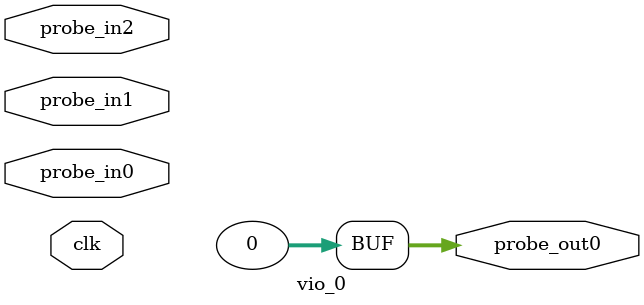
<source format=v>
`timescale 1ns / 1ps
module vio_0 (
clk,
probe_in0,probe_in1,probe_in2,
probe_out0
);

input clk;
input [31 : 0] probe_in0;
input [15 : 0] probe_in1;
input [15 : 0] probe_in2;

output reg [31 : 0] probe_out0 = 'h00000000 ;


endmodule

</source>
